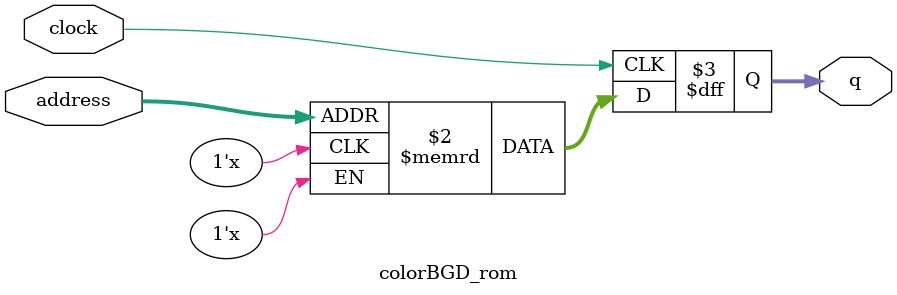
<source format=sv>
module colorBGD_rom (
	input logic clock,
	input logic [18:0] address,
	output logic [3:0] q
);

logic [3:0] memory [0:307199] /* synthesis ram_init_file = "./colorBGD/colorBGD.mif" */;

always_ff @ (posedge clock) begin
	q <= memory[address];
end

endmodule

</source>
